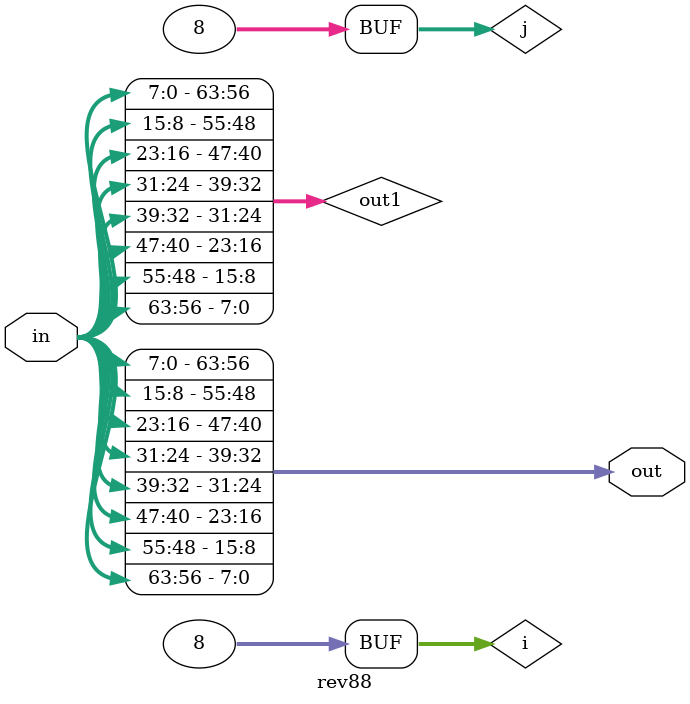
<source format=v>
module rev88(
    input [63:0] in,
	output [63:0] out
   );

reg [63:0] out1;
    integer i;
    integer j;
    always @(in)
        begin
            for(i=0;i<=7;i=i+1)
               begin
                    for(j=0;j<=7;j=j+1)
                        begin
                            out1[63-i*8-j]<=in[7+8*i-j];
                        end
                end
        end
    assign out=out1;

endmodule
</source>
